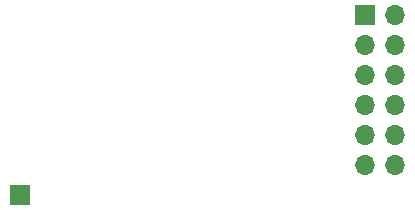
<source format=gbr>
%TF.GenerationSoftware,KiCad,Pcbnew,7.0.1*%
%TF.CreationDate,2023-04-24T20:50:02+02:00*%
%TF.ProjectId,AS4432_ANT_PMOD,41533434-3332-45f4-914e-545f504d4f44,rev?*%
%TF.SameCoordinates,Original*%
%TF.FileFunction,Soldermask,Bot*%
%TF.FilePolarity,Negative*%
%FSLAX46Y46*%
G04 Gerber Fmt 4.6, Leading zero omitted, Abs format (unit mm)*
G04 Created by KiCad (PCBNEW 7.0.1) date 2023-04-24 20:50:02*
%MOMM*%
%LPD*%
G01*
G04 APERTURE LIST*
%ADD10R,1.700000X1.700000*%
%ADD11O,1.700000X1.700000*%
G04 APERTURE END LIST*
D10*
%TO.C,J1*%
X149860000Y-43180000D03*
D11*
X152400000Y-43180000D03*
X149860000Y-45720000D03*
X152400000Y-45720000D03*
X149860000Y-48260000D03*
X152400000Y-48260000D03*
X149860000Y-50800000D03*
X152400000Y-50800000D03*
X149860000Y-53340000D03*
X152400000Y-53340000D03*
X149860000Y-55880000D03*
X152400000Y-55880000D03*
%TD*%
D10*
%TO.C,J2*%
X120650000Y-58420000D03*
%TD*%
M02*

</source>
